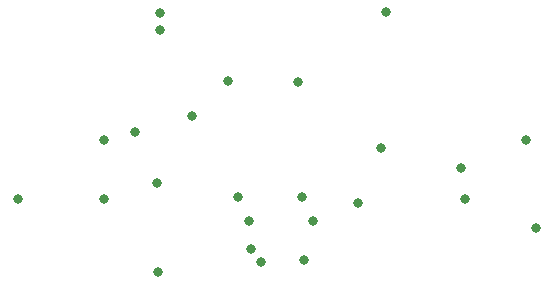
<source format=gbs>
G04*
G04 #@! TF.GenerationSoftware,Altium Limited,Altium Designer,19.0.12 (326)*
G04*
G04 Layer_Color=16711935*
%FSLAX25Y25*%
%MOIN*%
G70*
G01*
G75*
%ADD28C,0.03162*%
D28*
X465748Y263386D02*
D03*
X450787Y257480D02*
D03*
X447000Y265437D02*
D03*
X429921Y248031D02*
D03*
X433240Y243653D02*
D03*
X429528Y257480D02*
D03*
X422441Y303937D02*
D03*
X447638Y244289D02*
D03*
X425591Y265354D02*
D03*
X399102Y240158D02*
D03*
X380906Y284449D02*
D03*
Y264764D02*
D03*
X352362D02*
D03*
X399606Y326716D02*
D03*
Y320866D02*
D03*
X410433Y292323D02*
D03*
X445866Y303748D02*
D03*
X473425Y281496D02*
D03*
X521654Y284449D02*
D03*
X525000Y255000D02*
D03*
X501500Y264717D02*
D03*
X500000Y274882D02*
D03*
X391500Y287000D02*
D03*
X398602Y269898D02*
D03*
X475146Y327071D02*
D03*
M02*

</source>
